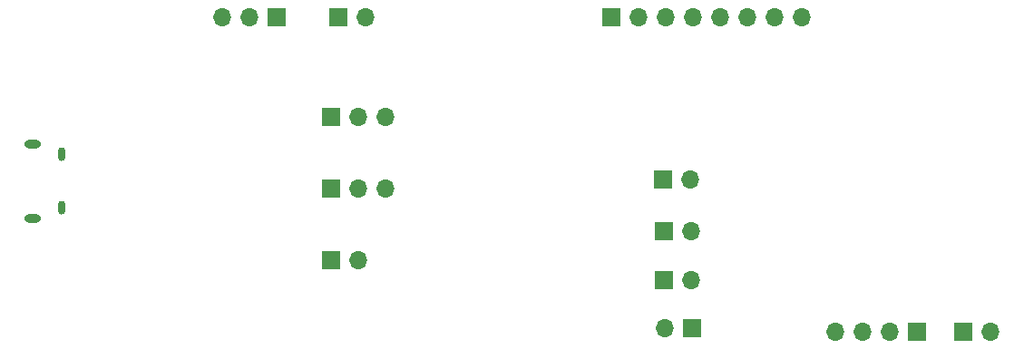
<source format=gbs>
G04 #@! TF.GenerationSoftware,KiCad,Pcbnew,(5.1.8)-1*
G04 #@! TF.CreationDate,2021-03-12T19:43:42-03:00*
G04 #@! TF.ProjectId,Vaccine_Layout_V2,56616363-696e-4655-9f4c-61796f75745f,3.3*
G04 #@! TF.SameCoordinates,Original*
G04 #@! TF.FileFunction,Soldermask,Bot*
G04 #@! TF.FilePolarity,Negative*
%FSLAX46Y46*%
G04 Gerber Fmt 4.6, Leading zero omitted, Abs format (unit mm)*
G04 Created by KiCad (PCBNEW (5.1.8)-1) date 2021-03-12 19:43:42*
%MOMM*%
%LPD*%
G01*
G04 APERTURE LIST*
%ADD10R,1.700000X1.700000*%
%ADD11O,1.700000X1.700000*%
%ADD12O,0.650000X1.300000*%
%ADD13O,1.550000X0.775000*%
G04 APERTURE END LIST*
D10*
G04 #@! TO.C,RX_Header1*
X68110000Y-90610000D03*
D11*
X70650000Y-90610000D03*
X73190000Y-90610000D03*
G04 #@! TD*
G04 #@! TO.C,Seal_Connector1*
X99240000Y-103660000D03*
D10*
X101780000Y-103660000D03*
G04 #@! TD*
D12*
G04 #@! TO.C,CN2*
X42950000Y-87420000D03*
X42950000Y-92420000D03*
D13*
X40250000Y-86420000D03*
X40250000Y-93420000D03*
G04 #@! TD*
D10*
G04 #@! TO.C,Display_Connector1*
X94280000Y-74650000D03*
D11*
X96820000Y-74650000D03*
X99360000Y-74650000D03*
X101900000Y-74650000D03*
X104440000Y-74650000D03*
X106980000Y-74650000D03*
X109520000Y-74650000D03*
X112060000Y-74650000D03*
G04 #@! TD*
G04 #@! TO.C,HT_SWD_CONNECTOR1*
X115150000Y-103950000D03*
X117690000Y-103950000D03*
X120230000Y-103950000D03*
D10*
X122770000Y-103950000D03*
G04 #@! TD*
G04 #@! TO.C,JP1*
X99130000Y-89770000D03*
D11*
X101670000Y-89770000D03*
G04 #@! TD*
G04 #@! TO.C,JP3*
X101757000Y-94602000D03*
D10*
X99217000Y-94602000D03*
G04 #@! TD*
G04 #@! TO.C,JP4*
X99210000Y-99160000D03*
D11*
X101750000Y-99160000D03*
G04 #@! TD*
D10*
G04 #@! TO.C,AD_Connector1*
X127100000Y-103970000D03*
D11*
X129640000Y-103970000D03*
G04 #@! TD*
D10*
G04 #@! TO.C,CN4*
X68750000Y-74650000D03*
D11*
X71290000Y-74650000D03*
G04 #@! TD*
G04 #@! TO.C,TX_Header1*
X73190000Y-83920000D03*
X70650000Y-83920000D03*
D10*
X68110000Y-83920000D03*
G04 #@! TD*
G04 #@! TO.C,JP6*
X68110000Y-97290000D03*
D11*
X70650000Y-97290000D03*
G04 #@! TD*
D10*
G04 #@! TO.C,Charger*
X63030000Y-74650000D03*
D11*
X60490000Y-74650000D03*
X57950000Y-74650000D03*
G04 #@! TD*
M02*

</source>
